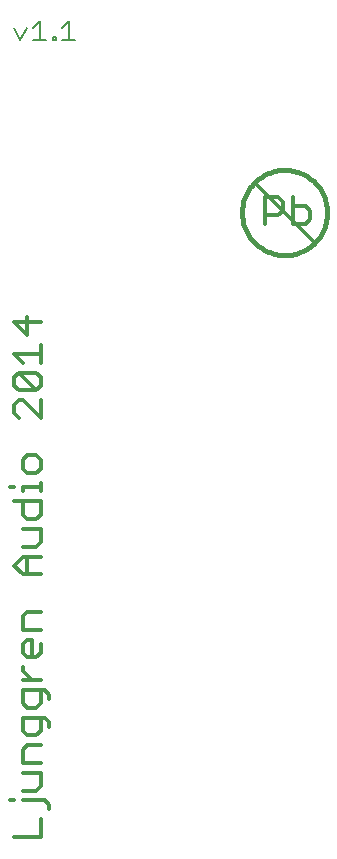
<source format=gto>
G75*
G70*
%OFA0B0*%
%FSLAX24Y24*%
%IPPOS*%
%LPD*%
%AMOC8*
5,1,8,0,0,1.08239X$1,22.5*
%
%ADD10C,0.0120*%
%ADD11C,0.0160*%
%ADD12C,0.0100*%
%ADD13C,0.0080*%
D10*
X000602Y020289D02*
X001483Y020289D01*
X001483Y020876D01*
X001777Y021356D02*
X001630Y021503D01*
X000896Y021503D01*
X000896Y021823D02*
X001336Y021823D01*
X001483Y021970D01*
X001483Y022411D01*
X000896Y022411D01*
X000896Y022744D02*
X000896Y023185D01*
X001043Y023331D01*
X001483Y023331D01*
X001336Y023665D02*
X001483Y023812D01*
X001483Y024252D01*
X001630Y024252D02*
X000896Y024252D01*
X000896Y023812D01*
X001043Y023665D01*
X001336Y023665D01*
X001777Y024105D02*
X001630Y024252D01*
X001777Y024105D02*
X001777Y023959D01*
X001777Y024879D02*
X001777Y025026D01*
X001630Y025173D01*
X000896Y025173D01*
X000896Y024733D01*
X001043Y024586D01*
X001336Y024586D01*
X001483Y024733D01*
X001483Y025173D01*
X001483Y025507D02*
X000896Y025507D01*
X000896Y025800D02*
X000896Y025947D01*
X000896Y025800D02*
X001190Y025507D01*
X001190Y026274D02*
X001190Y026861D01*
X001043Y026861D01*
X000896Y026714D01*
X000896Y026421D01*
X001043Y026274D01*
X001336Y026274D01*
X001483Y026421D01*
X001483Y026714D01*
X001483Y027195D02*
X000896Y027195D01*
X000896Y027635D01*
X001043Y027782D01*
X001483Y027782D01*
X001483Y029036D02*
X000896Y029036D01*
X000602Y029330D01*
X000896Y029623D01*
X001483Y029623D01*
X001336Y029957D02*
X001483Y030104D01*
X001483Y030544D01*
X000896Y030544D01*
X001043Y030878D02*
X000896Y031025D01*
X000896Y031465D01*
X000896Y031799D02*
X000896Y031945D01*
X001483Y031945D01*
X001483Y031799D02*
X001483Y032092D01*
X001336Y032412D02*
X001483Y032559D01*
X001483Y032853D01*
X001336Y033000D01*
X001043Y033000D01*
X000896Y032853D01*
X000896Y032559D01*
X001043Y032412D01*
X001336Y032412D01*
X001483Y031465D02*
X001483Y031025D01*
X001336Y030878D01*
X001043Y030878D01*
X000896Y029957D02*
X001336Y029957D01*
X001043Y029623D02*
X001043Y029036D01*
X000602Y031465D02*
X001483Y031465D01*
X001483Y034254D02*
X000896Y034841D01*
X000749Y034841D01*
X000602Y034694D01*
X000602Y034401D01*
X000749Y034254D01*
X000749Y035175D02*
X000602Y035322D01*
X000602Y035615D01*
X000749Y035762D01*
X001336Y035175D01*
X001483Y035322D01*
X001483Y035615D01*
X001336Y035762D01*
X000749Y035762D01*
X000896Y036096D02*
X000602Y036389D01*
X001483Y036389D01*
X001483Y036096D02*
X001483Y036683D01*
X001483Y037457D02*
X000602Y037457D01*
X001043Y037016D01*
X001043Y037604D01*
X001336Y035175D02*
X000749Y035175D01*
X001483Y034841D02*
X001483Y034254D01*
X000602Y031945D02*
X000456Y031945D01*
X000896Y022744D02*
X001483Y022744D01*
X001777Y021356D02*
X001777Y021210D01*
X000602Y021503D02*
X000456Y021503D01*
X008965Y040722D02*
X008965Y041603D01*
X009406Y041603D01*
X009553Y041456D01*
X009553Y041162D01*
X009406Y041015D01*
X008965Y041015D01*
X009886Y040722D02*
X010327Y040722D01*
X010473Y040869D01*
X010473Y041162D01*
X010327Y041309D01*
X009886Y041309D01*
X009886Y041603D02*
X009886Y040722D01*
D11*
X008194Y041095D02*
X008196Y041170D01*
X008202Y041245D01*
X008212Y041319D01*
X008226Y041393D01*
X008243Y041466D01*
X008265Y041537D01*
X008290Y041608D01*
X008319Y041677D01*
X008351Y041745D01*
X008387Y041810D01*
X008427Y041874D01*
X008470Y041936D01*
X008516Y041995D01*
X008565Y042052D01*
X008617Y042106D01*
X008671Y042157D01*
X008729Y042205D01*
X008788Y042250D01*
X008851Y042292D01*
X008915Y042331D01*
X008981Y042366D01*
X009049Y042398D01*
X009119Y042426D01*
X009189Y042450D01*
X009262Y042471D01*
X009335Y042487D01*
X009409Y042500D01*
X009483Y042509D01*
X009558Y042514D01*
X009633Y042515D01*
X009708Y042512D01*
X009782Y042505D01*
X009856Y042494D01*
X009930Y042479D01*
X010003Y042461D01*
X010074Y042438D01*
X010144Y042412D01*
X010213Y042382D01*
X010280Y042349D01*
X010346Y042312D01*
X010409Y042272D01*
X010470Y042228D01*
X010528Y042181D01*
X010584Y042132D01*
X010638Y042079D01*
X010688Y042024D01*
X010736Y041966D01*
X010780Y041905D01*
X010821Y041843D01*
X010859Y041778D01*
X010893Y041711D01*
X010924Y041643D01*
X010951Y041573D01*
X010975Y041502D01*
X010994Y041429D01*
X011010Y041356D01*
X011022Y041282D01*
X011030Y041207D01*
X011034Y041132D01*
X011034Y041058D01*
X011030Y040983D01*
X011022Y040908D01*
X011010Y040834D01*
X010994Y040761D01*
X010975Y040688D01*
X010951Y040617D01*
X010924Y040547D01*
X010893Y040479D01*
X010859Y040412D01*
X010821Y040347D01*
X010780Y040285D01*
X010736Y040224D01*
X010688Y040166D01*
X010638Y040111D01*
X010584Y040058D01*
X010528Y040009D01*
X010470Y039962D01*
X010409Y039918D01*
X010346Y039878D01*
X010280Y039841D01*
X010213Y039808D01*
X010144Y039778D01*
X010074Y039752D01*
X010003Y039729D01*
X009930Y039711D01*
X009856Y039696D01*
X009782Y039685D01*
X009708Y039678D01*
X009633Y039675D01*
X009558Y039676D01*
X009483Y039681D01*
X009409Y039690D01*
X009335Y039703D01*
X009262Y039719D01*
X009189Y039740D01*
X009119Y039764D01*
X009049Y039792D01*
X008981Y039824D01*
X008915Y039859D01*
X008851Y039898D01*
X008788Y039940D01*
X008729Y039985D01*
X008671Y040033D01*
X008617Y040084D01*
X008565Y040138D01*
X008516Y040195D01*
X008470Y040254D01*
X008427Y040316D01*
X008387Y040380D01*
X008351Y040445D01*
X008319Y040513D01*
X008290Y040582D01*
X008265Y040653D01*
X008243Y040724D01*
X008226Y040797D01*
X008212Y040871D01*
X008202Y040945D01*
X008196Y041020D01*
X008194Y041095D01*
D12*
X008669Y042040D02*
X010598Y040111D01*
D13*
X002624Y046844D02*
X002210Y046844D01*
X002417Y046844D02*
X002417Y047464D01*
X002210Y047257D01*
X001991Y046947D02*
X001991Y046844D01*
X001888Y046844D01*
X001888Y046947D01*
X001991Y046947D01*
X001657Y046844D02*
X001244Y046844D01*
X001450Y046844D02*
X001450Y047464D01*
X001244Y047257D01*
X001013Y047257D02*
X000806Y046844D01*
X000599Y047257D01*
M02*

</source>
